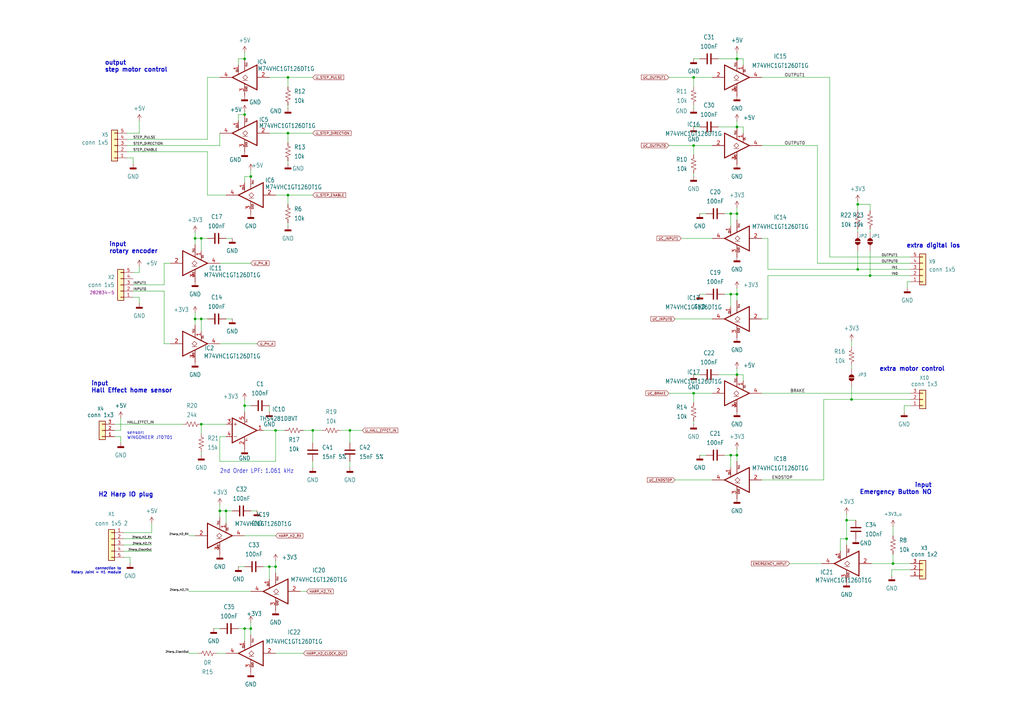
<source format=kicad_sch>
(kicad_sch (version 20250114) (generator "eeschema") (generator_version "9.0")
  (paper "A3")
  (text "input\nEmergency Button NO" (at 382.27 202.946 0) (effects (font (size 1.778 1.778) (thickness 0.3556) (bold yes)) (justify right bottom)))
  (text "input\nrotary encoder" (at 44.704 104.14 0) (effects (font (size 1.778 1.778) (thickness 0.3556) (bold yes)) (justify left bottom)))
  (text "output\nstep motor control" (at 42.926 29.718 0) (effects (font (size 1.778 1.778) (thickness 0.3556) (bold yes)) (justify left bottom)))
  (text "extra motor control" (at 387.604 152.4 0) (effects (font (size 1.778 1.778) (thickness 0.3556) (bold yes)) (justify right bottom)))
  (text "sensor:\nWINGONEER JT0701" (at 52.07 180.34 0) (effects (font (size 1.27 1.27)) (justify left bottom)))
  (text "input\nHall Effect home sensor" (at 37.338 161.29 0) (effects (font (size 1.778 1.778) (thickness 0.3556) (bold yes)) (justify left bottom)))
  (text "H2 Harp IO plug" (at 62.992 203.962 0) (effects (font (size 1.778 1.778) (thickness 0.3556) (bold yes)) (justify right bottom)))
  (text "connection to\nRotary Joint = H1 module" (at 49.784 235.458 0) (effects (font (size 1.016 1.016) (thickness 0.2032) (bold yes)) (justify right bottom)))
  (text "2nd Order LPF: 1.061 kHz" (at 90.17 194.31 0) (effects (font (size 1.778 1.5113)) (justify left bottom)))
  (text "extra digital ios" (at 393.954 101.854 0) (effects (font (size 1.778 1.778) (thickness 0.3556) (bold yes)) (justify right bottom)))
  (junction (at 82.55 97.79))
  (junction (at 299.72 120.65))
  (junction (at 80.01 97.79))
  (junction (at 299.72 186.69))
  (junction (at 356.87 113.03))
  (junction (at 118.11 54.61))
  (junction (at 347.218 213.36))
  (junction (at 302.26 24.13))
  (junction (at 113.03 176.53))
  (junction (at 113.03 232.41))
  (junction (at 299.72 87.63))
  (junction (at 351.79 83.82))
  (junction (at 351.79 110.49))
  (junction (at 366.268 231.14))
  (junction (at 302.26 186.69))
  (junction (at 118.11 80.01))
  (junction (at 102.87 257.81))
  (junction (at 100.33 166.37))
  (junction (at 284.48 31.75))
  (junction (at 302.26 87.63))
  (junction (at 80.01 130.81))
  (junction (at 302.26 153.67))
  (junction (at 284.48 161.29))
  (junction (at 82.55 173.99))
  (junction (at 118.11 31.75))
  (junction (at 110.49 232.41))
  (junction (at 284.48 59.69))
  (junction (at 349.25 163.83))
  (junction (at 302.26 120.65))
  (junction (at 92.71 209.55))
  (junction (at 100.33 24.13))
  (junction (at 100.33 257.81))
  (junction (at 90.17 209.55))
  (junction (at 143.51 176.53))
  (junction (at 100.33 46.99))
  (junction (at 302.26 52.07))
  (junction (at 102.87 72.39))
  (junction (at 128.27 176.53))
  (junction (at 82.55 130.81))
  (junction (at 347.218 220.98))
  (wire (pts (xy 52.07 64.77) (xy 54.61 64.77)) (stroke (width 0.1524)))
  (wire (pts (xy 302.26 21.59) (xy 302.26 24.13)))
  (wire (pts (xy 314.96 110.49) (xy 314.96 97.79)) (stroke (width 0.1524)))
  (wire (pts (xy 107.95 176.53) (xy 113.03 176.53)) (stroke (width 0.1524)))
  (wire (pts (xy 113.03 176.53) (xy 116.84 176.53)) (stroke (width 0.1524)))
  (wire (pts (xy 284.48 71.12) (xy 284.48 72.39)) (stroke (width 0.1524)))
  (wire (pts (xy 52.07 54.61) (xy 57.15 54.61)) (stroke (width 0.1524)))
  (wire (pts (xy 90.17 257.81) (xy 87.63 257.81)) (stroke (width 0.1524)))
  (wire (pts (xy 67.31 119.38) (xy 54.61 119.38)) (stroke (width 0.1524)))
  (wire (pts (xy 128.27 176.53) (xy 132.08 176.53)) (stroke (width 0.1524)))
  (wire (pts (xy 67.31 107.95) (xy 69.85 107.95)) (stroke (width 0.1524)))
  (wire (pts (xy 105.41 209.55) (xy 102.87 209.55)) (stroke (width 0.1524)))
  (wire (pts (xy 373.38 115.57) (xy 372.11 115.57)) (stroke (width 0.1524)))
  (wire (pts (xy 85.09 80.01) (xy 92.71 80.01)) (stroke (width 0.1524)))
  (wire (pts (xy 128.27 181.61) (xy 128.27 176.53)) (stroke (width 0.1524)))
  (wire (pts (xy 351.79 83.82) (xy 356.87 83.82)))
  (wire (pts (xy 312.42 196.85) (xy 337.82 196.85)) (stroke (width 0.1524)))
  (wire (pts (xy 85.09 130.81) (xy 82.55 130.81)) (stroke (width 0.1524)))
  (wire (pts (xy 299.72 87.63) (xy 302.26 87.63)) (stroke (width 0.1524)))
  (wire (pts (xy 54.61 121.92) (xy 57.15 121.92)) (stroke (width 0.1524)))
  (wire (pts (xy 90.17 189.23) (xy 90.17 179.07)) (stroke (width 0.1524)))
  (wire (pts (xy 312.42 59.69) (xy 335.28 59.69)) (stroke (width 0.1524)))
  (wire (pts (xy 113.03 80.01) (xy 118.11 80.01)) (stroke (width 0.1524)))
  (wire (pts (xy 50.8 223.52) (xy 62.23 223.52)) (stroke (width 0.1524)))
  (wire (pts (xy 302.26 151.13) (xy 302.26 153.67)))
  (wire (pts (xy 302.26 186.69) (xy 302.26 184.15)) (stroke (width 0.1524)))
  (wire (pts (xy 289.56 120.65) (xy 287.02 120.65)) (stroke (width 0.1524)))
  (wire (pts (xy 143.51 189.23) (xy 143.51 191.77)) (stroke (width 0.1524)))
  (wire (pts (xy 92.71 214.63) (xy 92.71 209.55)) (stroke (width 0.1524)))
  (wire (pts (xy 118.11 54.61) (xy 128.27 54.61)) (stroke (width 0.1524)))
  (wire (pts (xy 100.33 21.59) (xy 100.33 24.13)))
  (wire (pts (xy 90.17 179.07) (xy 92.71 179.07)) (stroke (width 0.1524)))
  (wire (pts (xy 337.058 231.14) (xy 323.85 231.14)))
  (wire (pts (xy 302.26 120.65) (xy 302.26 118.11)) (stroke (width 0.1524)))
  (wire (pts (xy 284.48 43.18) (xy 284.48 44.45)) (stroke (width 0.1524)))
  (wire (pts (xy 284.48 31.75) (xy 284.48 35.56)) (stroke (width 0.1524)))
  (wire (pts (xy 52.07 59.69) (xy 90.17 59.69)) (stroke (width 0.1524)))
  (wire (pts (xy 284.48 172.72) (xy 284.48 173.99)))
  (wire (pts (xy 100.33 166.37) (xy 102.87 166.37)) (stroke (width 0.1524)))
  (wire (pts (xy 344.678 220.98) (xy 347.218 220.98)) (stroke (width 0.1524)))
  (wire (pts (xy 50.8 226.06) (xy 62.23 226.06)))
  (wire (pts (xy 292.1 59.69) (xy 284.48 59.69)) (stroke (width 0.1524)))
  (wire (pts (xy 85.09 57.15) (xy 85.09 31.75)) (stroke (width 0.1524)))
  (wire (pts (xy 54.61 64.77) (xy 54.61 67.31)) (stroke (width 0.1524)))
  (wire (pts (xy 365.76 233.68) (xy 373.38 233.68)) (stroke (width 0.1524)))
  (wire (pts (xy 302.26 153.67) (xy 294.64 153.67)) (stroke (width 0.1524)))
  (wire (pts (xy 297.18 120.65) (xy 299.72 120.65)) (stroke (width 0.1524)))
  (wire (pts (xy 95.25 209.55) (xy 92.71 209.55)) (stroke (width 0.1524)))
  (wire (pts (xy 82.55 97.79) (xy 80.01 97.79)) (stroke (width 0.1524)))
  (wire (pts (xy 314.96 97.79) (xy 312.42 97.79)) (stroke (width 0.1524)))
  (wire (pts (xy 347.218 210.82) (xy 347.218 213.36)))
  (wire (pts (xy 356.87 113.03) (xy 373.38 113.03)) (stroke (width 0.1524)))
  (wire (pts (xy 52.07 57.15) (xy 85.09 57.15)) (stroke (width 0.1524)))
  (wire (pts (xy 284.48 161.29) (xy 274.32 161.29)) (stroke (width 0.1524)))
  (wire (pts (xy 50.8 218.44) (xy 62.23 218.44)) (stroke (width 0.1524)))
  (wire (pts (xy 67.31 140.97) (xy 67.31 119.38)) (stroke (width 0.1524)))
  (wire (pts (xy 304.8 26.67) (xy 304.8 24.13)) (stroke (width 0.1524)))
  (wire (pts (xy 110.49 232.41) (xy 113.03 232.41)) (stroke (width 0.1524)))
  (wire (pts (xy 366.268 227.33) (xy 366.268 231.14)) (stroke (width 0.1524)))
  (wire (pts (xy 115.57 267.97) (xy 124.46 267.97)))
  (wire (pts (xy 287.02 153.67) (xy 284.48 153.67)) (stroke (width 0.1524)))
  (wire (pts (xy 373.38 105.41) (xy 340.36 105.41)) (stroke (width 0.1524)))
  (wire (pts (xy 294.64 24.13) (xy 302.26 24.13)) (stroke (width 0.1524)))
  (wire (pts (xy 118.11 43.18) (xy 118.11 44.45)) (stroke (width 0.1524)))
  (wire (pts (xy 80.01 95.25) (xy 80.01 97.79)) (stroke (width 0.1524)))
  (wire (pts (xy 304.8 52.07) (xy 302.26 52.07)) (stroke (width 0.1524)))
  (wire (pts (xy 97.79 257.81) (xy 100.33 257.81)) (stroke (width 0.1524)))
  (wire (pts (xy 69.85 140.97) (xy 67.31 140.97)) (stroke (width 0.1524)))
  (wire (pts (xy 110.49 54.61) (xy 118.11 54.61)) (stroke (width 0.1524)))
  (wire (pts (xy 113.03 189.23) (xy 90.17 189.23)) (stroke (width 0.1524)))
  (wire (pts (xy 97.79 49.53) (xy 97.79 46.99)) (stroke (width 0.1524)))
  (wire (pts (xy 373.38 107.95) (xy 335.28 107.95)) (stroke (width 0.1524)))
  (wire (pts (xy 100.33 45.72) (xy 100.33 46.99)))
  (wire (pts (xy 314.96 110.49) (xy 351.79 110.49)) (stroke (width 0.1524)))
  (wire (pts (xy 100.33 232.41) (xy 97.79 232.41)) (stroke (width 0.1524)))
  (wire (pts (xy 366.268 218.44) (xy 366.268 215.9)))
  (wire (pts (xy 102.87 242.57) (xy 77.47 242.57)) (stroke (width 0.1524)))
  (wire (pts (xy 100.33 72.39) (xy 102.87 72.39)) (stroke (width 0.1524)))
  (wire (pts (xy 349.25 139.7) (xy 349.25 142.24)))
  (wire (pts (xy 50.8 228.6) (xy 53.34 228.6)) (stroke (width 0.1524)))
  (wire (pts (xy 90.17 207.01) (xy 90.17 209.55)) (stroke (width 0.1524)))
  (wire (pts (xy 287.02 87.63) (xy 289.56 87.63)) (stroke (width 0.1524)))
  (wire (pts (xy 85.09 97.79) (xy 82.55 97.79)) (stroke (width 0.1524)))
  (wire (pts (xy 302.26 52.07) (xy 294.64 52.07)) (stroke (width 0.1524)))
  (wire (pts (xy 292.1 97.79) (xy 279.4 97.79)) (stroke (width 0.1524)))
  (wire (pts (xy 299.72 125.73) (xy 299.72 120.65)) (stroke (width 0.1524)))
  (wire (pts (xy 123.19 242.57) (xy 125.73 242.57)) (stroke (width 0.1524)))
  (wire (pts (xy 299.72 120.65) (xy 302.26 120.65)) (stroke (width 0.1524)))
  (wire (pts (xy 366.268 218.44) (xy 366.268 219.71)) (stroke (width 0.1524)))
  (wire (pts (xy 349.25 158.75) (xy 349.25 163.83)))
  (wire (pts (xy 287.02 24.13) (xy 284.48 24.13)) (stroke (width 0.1524)))
  (wire (pts (xy 110.49 237.49) (xy 110.49 232.41)) (stroke (width 0.1524)))
  (wire (pts (xy 118.11 31.75) (xy 128.27 31.75)) (stroke (width 0.1524)))
  (wire (pts (xy 80.01 97.79) (xy 80.01 100.33)) (stroke (width 0.1524)))
  (wire (pts (xy 118.11 80.01) (xy 128.27 80.01)) (stroke (width 0.1524)))
  (wire (pts (xy 118.11 57.15) (xy 118.11 54.61)) (stroke (width 0.1524)))
  (wire (pts (xy 292.1 130.81) (xy 276.86 130.81)) (stroke (width 0.1524)))
  (wire (pts (xy 302.26 87.63) (xy 302.26 90.17)) (stroke (width 0.1524)))
  (wire (pts (xy 373.38 166.37) (xy 370.84 166.37)) (stroke (width 0.1524)))
  (wire (pts (xy 50.8 220.98) (xy 62.23 220.98)) (stroke (width 0.1524)))
  (wire (pts (xy 372.11 115.57) (xy 372.11 118.11)) (stroke (width 0.1524)))
  (wire (pts (xy 85.09 80.01) (xy 85.09 62.23)) (stroke (width 0.1524)))
  (wire (pts (xy 356.87 102.87) (xy 356.87 113.03)))
  (wire (pts (xy 304.8 24.13) (xy 302.26 24.13)) (stroke (width 0.1524)))
  (wire (pts (xy 302.26 49.53) (xy 302.26 52.07)))
  (wire (pts (xy 57.15 49.53) (xy 57.15 54.61)) (stroke (width 0.1524)))
  (wire (pts (xy 292.1 196.85) (xy 276.86 196.85)) (stroke (width 0.1524)))
  (wire (pts (xy 67.31 116.84) (xy 54.61 116.84)) (stroke (width 0.1524)))
  (wire (pts (xy 113.03 176.53) (xy 113.03 189.23)) (stroke (width 0.1524)))
  (wire (pts (xy 92.71 173.99) (xy 82.55 173.99)) (stroke (width 0.1524)))
  (wire (pts (xy 304.8 153.67) (xy 302.26 153.67)) (stroke (width 0.1524)))
  (wire (pts (xy 82.55 130.81) (xy 80.01 130.81)) (stroke (width 0.1524)))
  (wire (pts (xy 118.11 57.15) (xy 118.11 58.42)))
  (wire (pts (xy 314.96 113.03) (xy 356.87 113.03)) (stroke (width 0.1524)))
  (wire (pts (xy 113.03 232.41) (xy 113.03 229.87)) (stroke (width 0.1524)))
  (wire (pts (xy 304.8 54.61) (xy 304.8 52.07)) (stroke (width 0.1524)))
  (wire (pts (xy 74.93 173.99) (xy 46.99 173.99)) (stroke (width 0.1524)))
  (wire (pts (xy 49.53 179.07) (xy 49.53 181.61)) (stroke (width 0.1524)))
  (wire (pts (xy 85.09 62.23) (xy 52.07 62.23)) (stroke (width 0.1524)))
  (wire (pts (xy 302.26 186.69) (xy 302.26 189.23)) (stroke (width 0.1524)))
  (wire (pts (xy 304.8 156.21) (xy 304.8 153.67)) (stroke (width 0.1524)))
  (wire (pts (xy 284.48 59.69) (xy 284.48 63.5)) (stroke (width 0.1524)))
  (wire (pts (xy 351.79 102.87) (xy 351.79 110.49)))
  (wire (pts (xy 82.55 102.87) (xy 82.55 97.79)) (stroke (width 0.1524)))
  (wire (pts (xy 82.55 173.99) (xy 82.55 176.53)) (stroke (width 0.1524)))
  (wire (pts (xy 299.72 92.71) (xy 299.72 87.63)) (stroke (width 0.1524)))
  (wire (pts (xy 46.99 176.53) (xy 49.53 176.53)) (stroke (width 0.1524)))
  (wire (pts (xy 302.26 120.65) (xy 302.26 123.19)) (stroke (width 0.1524)))
  (wire (pts (xy 100.33 74.93) (xy 100.33 72.39)) (stroke (width 0.1524)))
  (wire (pts (xy 118.11 91.44) (xy 118.11 92.71)))
  (wire (pts (xy 118.11 66.04) (xy 118.11 67.31)))
  (wire (pts (xy 100.33 166.37) (xy 100.33 168.91)) (stroke (width 0.1524)))
  (wire (pts (xy 369.57 231.14) (xy 373.38 231.14)))
  (wire (pts (xy 62.23 214.63) (xy 62.23 218.44)) (stroke (width 0.1524)))
  (wire (pts (xy 95.25 97.79) (xy 92.71 97.79)) (stroke (width 0.1524)))
  (wire (pts (xy 347.218 220.98) (xy 347.218 223.52)) (stroke (width 0.1524)))
  (wire (pts (xy 100.33 262.89) (xy 100.33 257.81)) (stroke (width 0.1524)))
  (wire (pts (xy 299.72 191.77) (xy 299.72 186.69)) (stroke (width 0.1524)))
  (wire (pts (xy 297.18 87.63) (xy 299.72 87.63)) (stroke (width 0.1524)))
  (wire (pts (xy 349.25 163.83) (xy 373.38 163.83)) (stroke (width 0.1524)))
  (wire (pts (xy 124.46 176.53) (xy 128.27 176.53)) (stroke (width 0.1524)))
  (wire (pts (xy 102.87 69.85) (xy 102.87 72.39)))
  (wire (pts (xy 54.61 111.76) (xy 57.15 111.76)) (stroke (width 0.1524)))
  (wire (pts (xy 312.42 31.75) (xy 340.36 31.75)) (stroke (width 0.1524)))
  (wire (pts (xy 284.48 31.75) (xy 274.32 31.75)) (stroke (width 0.1524)))
  (wire (pts (xy 357.378 231.14) (xy 366.268 231.14)) (stroke (width 0.1524)))
  (wire (pts (xy 302.26 85.09) (xy 302.26 87.63)) (stroke (width 0.1524)))
  (wire (pts (xy 90.17 209.55) (xy 90.17 212.09)) (stroke (width 0.1524)))
  (wire (pts (xy 102.87 257.81) (xy 102.87 260.35)) (stroke (width 0.1524)))
  (wire (pts (xy 351.79 83.82) (xy 351.79 86.36)))
  (wire (pts (xy 100.33 163.83) (xy 100.33 166.37)) (stroke (width 0.1524)))
  (wire (pts (xy 337.82 196.85) (xy 337.82 163.83)) (stroke (width 0.1524)))
  (wire (pts (xy 139.7 176.53) (xy 143.51 176.53)) (stroke (width 0.1524)))
  (wire (pts (xy 312.42 130.81) (xy 314.96 130.81)) (stroke (width 0.1524)))
  (wire (pts (xy 49.53 176.53) (xy 49.53 171.45)) (stroke (width 0.1524)))
  (wire (pts (xy 100.33 219.71) (xy 113.03 219.71)) (stroke (width 0.1524)))
  (wire (pts (xy 82.55 135.89) (xy 82.55 130.81)) (stroke (width 0.1524)))
  (wire (pts (xy 90.17 107.95) (xy 102.87 107.95)) (stroke (width 0.1524)))
  (wire (pts (xy 97.79 46.99) (xy 100.33 46.99)) (stroke (width 0.1524)))
  (wire (pts (xy 284.48 59.69) (xy 274.32 59.69)) (stroke (width 0.1524)))
  (wire (pts (xy 299.72 186.69) (xy 302.26 186.69)) (stroke (width 0.1524)))
  (wire (pts (xy 292.1 161.29) (xy 284.48 161.29)) (stroke (width 0.1524)))
  (wire (pts (xy 347.218 213.36) (xy 347.218 220.98)) (stroke (width 0.1524)))
  (wire (pts (xy 113.03 267.97) (xy 115.57 267.97)) (stroke (width 0.1524)))
  (wire (pts (xy 297.18 186.69) (xy 299.72 186.69)) (stroke (width 0.1524)))
  (wire (pts (xy 366.268 231.14) (xy 369.57 231.14)) (stroke (width 0.1524)))
  (wire (pts (xy 356.87 83.82) (xy 356.87 86.36)))
  (wire (pts (xy 53.34 231.14) (xy 53.34 228.6)) (stroke (width 0.1524)))
  (wire (pts (xy 113.03 232.41) (xy 113.03 234.95)) (stroke (width 0.1524)))
  (wire (pts (xy 347.218 213.36) (xy 351.028 213.36)))
  (wire (pts (xy 312.42 161.29) (xy 373.38 161.29)) (stroke (width 0.1524)))
  (wire (pts (xy 287.02 52.07) (xy 284.48 52.07)) (stroke (width 0.1524)))
  (wire (pts (xy 335.28 107.95) (xy 335.28 59.69)) (stroke (width 0.1524)))
  (wire (pts (xy 118.11 80.01) (xy 118.11 83.82)))
  (wire (pts (xy 46.99 179.07) (xy 49.53 179.07)) (stroke (width 0.1524)))
  (wire (pts (xy 57.15 111.76) (xy 57.15 109.22)) (stroke (width 0.1524)))
  (wire (pts (xy 351.79 82.55) (xy 351.79 83.82)))
  (wire (pts (xy 57.15 121.92) (xy 57.15 124.46)) (stroke (width 0.1524)))
  (wire (pts (xy 344.678 226.06) (xy 344.678 220.98)) (stroke (width 0.1524)))
  (wire (pts (xy 356.87 93.98) (xy 356.87 95.25)))
  (wire (pts (xy 143.51 176.53) (xy 148.59 176.53)) (stroke (width 0.1524)))
  (wire (pts (xy 92.71 209.55) (xy 90.17 209.55)) (stroke (width 0.1524)))
  (wire (pts (xy 85.09 31.75) (xy 90.17 31.75)) (stroke (width 0.1524)))
  (wire (pts (xy 110.49 31.75) (xy 118.11 31.75)) (stroke (width 0.1524)))
  (wire (pts (xy 110.49 168.91) (xy 110.49 166.37)) (stroke (width 0.1524)))
  (wire (pts (xy 77.47 219.71) (xy 80.01 219.71)) (stroke (width 0.1524)))
  (wire (pts (xy 370.84 166.37) (xy 370.84 168.91)) (stroke (width 0.1524)))
  (wire (pts (xy 314.96 130.81) (xy 314.96 113.03)) (stroke (width 0.1524)))
  (wire (pts (xy 81.28 267.97) (xy 77.47 267.97)) (stroke (width 0.1524)))
  (wire (pts (xy 351.79 110.49) (xy 373.38 110.49)) (stroke (width 0.1524)))
  (wire (pts (xy 102.87 257.81) (xy 102.87 255.27)) (stroke (width 0.1524)))
  (wire (pts (xy 92.71 267.97) (xy 88.9 267.97)) (stroke (width 0.1524)))
  (wire (pts (xy 292.1 31.75) (xy 284.48 31.75)) (stroke (width 0.1524)))
  (wire (pts (xy 128.27 189.23) (xy 128.27 191.77)) (stroke (width 0.1524)))
  (wire (pts (xy 365.76 233.68) (xy 365.76 236.22)) (stroke (width 0.1524)))
  (wire (pts (xy 92.71 130.81) (xy 95.25 130.81)) (stroke (width 0.1524)))
  (wire (pts (xy 82.55 176.53) (xy 82.55 177.8)))
  (wire (pts (xy 80.01 130.81) (xy 80.01 128.27)) (stroke (width 0.1524)))
  (wire (pts (xy 340.36 105.41) (xy 340.36 31.75)) (stroke (width 0.1524)))
  (wire (pts (xy 143.51 176.53) (xy 143.51 181.61)) (stroke (width 0.1524)))
  (wire (pts (xy 80.01 130.81) (xy 80.01 133.35)) (stroke (width 0.1524)))
  (wire (pts (xy 90.17 140.97) (xy 105.41 140.97)) (stroke (width 0.1524)))
  (wire (pts (xy 67.31 116.84) (xy 67.31 107.95)) (stroke (width 0.1524)))
  (wire (pts (xy 90.17 59.69) (xy 90.17 54.61)) (stroke (width 0.1524)))
  (wire (pts (xy 289.56 186.69) (xy 287.02 186.69)) (stroke (width 0.1524)))
  (wire (pts (xy 97.79 24.13) (xy 100.33 24.13)) (stroke (width 0.1524)))
  (wire (pts (xy 351.79 93.98) (xy 351.79 95.25)))
  (wire (pts (xy 82.55 185.42) (xy 82.55 186.69)))
  (wire (pts (xy 284.48 161.29) (xy 284.48 165.1)))
  (wire (pts (xy 107.95 232.41) (xy 110.49 232.41)) (stroke (width 0.1524)))
  (wire (pts (xy 337.82 163.83) (xy 349.25 163.83)) (stroke (width 0.1524)))
  (wire (pts (xy 97.79 26.67) (xy 97.79 24.13)) (stroke (width 0.1524)))
  (wire (pts (xy 100.33 257.81) (xy 102.87 257.81)) (stroke (width 0.1524)))
  (wire (pts (xy 349.25 149.86) (xy 349.25 151.13)))
  (wire (pts (xy 118.11 31.75) (xy 118.11 35.56)) (stroke (width 0.1524)))
  (label "IN0" (at 368.3 113.03 180) (effects (font (size 0.9957 0.9957))))
  (label "OUTPUT0" (at 330.2 59.69 180) (effects (font (size 1.2446 1.2446))))
  (label "STEP_DIRECTION" (at 54.61 59.69 0) (effects (font (size 0.9957 0.9957))))
  (label "INPUT1" (at 54.61 116.84 0) (effects (font (size 0.9957 0.9957))))
  (label "2Harp_H2_RX" (at 62.23 220.98 180) (effects (font (size 0.8 0.8))))
  (label "OUTPUT0" (at 368.3 107.95 180) (effects (font (size 0.9957 0.9957))))
  (label "2Harp_ClockOut" (at 77.47 267.97 180) (effects (font (size 0.8 0.8))))
  (label "2Harp_H2_TX" (at 77.47 242.57 180) (effects (font (size 0.8 0.8))))
  (label "STEP_PULSE" (at 54.61 57.15 0) (effects (font (size 0.9957 0.9957))))
  (label "INPUT0" (at 54.61 119.38 0) (effects (font (size 0.9957 0.9957))))
  (label "OUTPUT1" (at 368.3 105.41 180) (effects (font (size 0.9957 0.9957))))
  (label "OUTPUT1" (at 330.2 31.75 180) (effects (font (size 1.2446 1.2446))))
  (label "2Harp_ClockOut" (at 62.23 226.06 180) (effects (font (size 0.8 0.8))))
  (label "HALL_EFFCT_IN" (at 52.07 173.99 0) (effects (font (size 0.9957 0.9957))))
  (label "IN1" (at 368.3 110.49 180) (effects (font (size 0.9957 0.9957))))
  (label "BRAKE" (at 330.2 161.29 180) (effects (font (size 1.2446 1.2446))))
  (label "ENDSTOP" (at 325.12 196.85 180) (effects (font (size 1.2446 1.2446))))
  (label "2Harp_H2_TX" (at 62.23 223.52 180) (effects (font (size 0.8 0.8))))
  (label "2Harp_H2_RX" (at 77.47 219.71 180) (effects (font (size 0.8 0.8))))
  (label "STEP_ENABLE" (at 54.61 62.23 0) (effects (font (size 0.9957 0.9957))))
  (global_label "UC_OUTPUT0" (shape input) (at 274.32 59.69 180) (effects (font (size 0.9957 0.9957))) (property "Intersheetrefs" "${INTERSHEET_REFS}" (effects (hide yes))))
  (global_label "U_HALL_EFFCT_IN" (shape input) (at 148.59 176.53 0) (effects (font (size 0.9957 0.9957))) (property "Intersheetrefs" "${INTERSHEET_REFS}" (effects (hide yes))))
  (global_label "U_PH_A" (shape input) (at 105.41 140.97 0) (effects (font (size 0.9957 0.9957))) (property "Intersheetrefs" "${INTERSHEET_REFS}" (effects (hide yes))))
  (global_label "U_STEP_DIRECTION" (shape input) (at 128.27 54.61 0) (effects (font (size 0.9957 0.9957))) (property "Intersheetrefs" "${INTERSHEET_REFS}" (effects (hide yes))))
  (global_label "U_PH_B" (shape input) (at 102.87 107.95 0) (effects (font (size 0.9957 0.9957))) (property "Intersheetrefs" "${INTERSHEET_REFS}" (effects (hide yes))))
  (global_label "UC_INPUT1" (shape input) (at 279.4 97.79 180) (effects (font (size 0.9957 0.9957))) (property "Intersheetrefs" "${INTERSHEET_REFS}" (effects (hide yes))))
  (global_label "EMERGENCY_INPUT" (shape input) (at 323.85 231.14 180) (effects (font (size 0.9957 0.9957))) (property "Intersheetrefs" "${INTERSHEET_REFS}" (effects (hide yes))))
  (global_label "U_STEP_ENABLE" (shape input) (at 128.27 80.01 0) (effects (font (size 0.9957 0.9957))) (property "Intersheetrefs" "${INTERSHEET_REFS}" (effects (hide yes))))
  (global_label "U_STEP_PULSE" (shape input) (at 128.27 31.75 0) (effects (font (size 0.9957 0.9957))) (property "Intersheetrefs" "${INTERSHEET_REFS}" (effects (hide yes))))
  (global_label "UC_INPUT0" (shape input) (at 276.86 130.81 180) (effects (font (size 0.9957 0.9957))) (property "Intersheetrefs" "${INTERSHEET_REFS}" (effects (hide yes))))
  (global_label "HARP_H2_RX" (shape input) (at 113.03 219.71 0) (effects (font (size 0.9957 0.9957))) (property "Intersheetrefs" "${INTERSHEET_REFS}" (effects (hide yes))))
  (global_label "HARP_H2_CLOCK_OUT" (shape input) (at 124.46 267.97 0) (effects (font (size 0.9957 0.9957))) (property "Intersheetrefs" "${INTERSHEET_REFS}" (effects (hide yes))))
  (global_label "HARP_H2_TX" (shape input) (at 125.73 242.57 0) (effects (font (size 0.9957 0.9957))) (property "Intersheetrefs" "${INTERSHEET_REFS}" (effects (hide yes))))
  (global_label "UC_BRAKE" (shape input) (at 274.32 161.29 180) (effects (font (size 0.9957 0.9957))) (property "Intersheetrefs" "${INTERSHEET_REFS}" (effects (hide yes))))
  (global_label "UC_OUTPUT1" (shape input) (at 274.32 31.75 180) (effects (font (size 0.9957 0.9957))) (property "Intersheetrefs" "${INTERSHEET_REFS}" (effects (hide yes))))
  (global_label "UC_ENDSTOP" (shape input) (at 276.86 196.85 180) (effects (font (size 0.9957 0.9957))) (property "Intersheetrefs" "${INTERSHEET_REFS}" (effects (hide yes))))
  (symbol (lib_id "Device:R_US") (at 349.25 146.05 0) (mirror x) (unit 1)
    (property "Reference" "R16" (at 346.71 144.145 0) (effects (font (size 1.778 1.5113)) (justify right)))
    (property "Value" "10k" (at 346.71 147.955 0) (effects (font (size 1.778 1.5113)) (justify right)))
    (property "Footprint" "Resistor_SMD:R_0402_1005Metric" (effects (hide yes)))
    (property "MPN" "CRCW040210K0FKED" (effects (hide yes)))
    (property "OEPS" "OEPS020030" (effects (hide yes)))
  )
  (symbol (lib_id "power:GNDD") (at 80.01 115.57 0) (mirror y) (unit 1)
    (property "Reference" "#GND19" (effects (hide yes)))
    (property "Value" "GND" (at 80.01 120.65 0) (effects (font (size 1.778 1.5113))))
  )
  (symbol (lib_id "power:GNDD") (at 284.48 52.07 0) (unit 1)
    (property "Reference" "#GND66" (effects (hide yes)))
    (property "Value" "GND" (at 284.48 57.15 0) (effects (font (size 1.778 1.5113))))
  )
  (symbol (lib_id "power:+5V") (at 102.87 69.85 0) (mirror y) (unit 1)
    (property "Reference" "#P+13" (effects (hide yes)))
    (property "Value" "+5V" (at 103.124 67.818 0) (effects (font (size 1.778 1.5113)) (justify right)))
  )
  (symbol (lib_id "Connector_Generic:Conn_01x03") (at 41.91 176.53 180) (unit 1)
    (property "Reference" "X4" (at 41.275 167.64 0) (effects (font (size 1.524 1.2954))))
    (property "Value" "conn 1x3" (at 41.275 170.18 0) (effects (font (size 1.778 1.5113))))
    (property "Footprint" "FastStepper PCBLib:22-23-2031" (effects (hide yes)))
    (property "Description" ".100\" (2.54mm) Center Header - 3 Pin" (effects (hide yes)))
    (property "MPN" "282834-3" (effects (hide yes)))
    (property "OEPS" "OEPS070035" (effects (hide yes)))
  )
  (symbol (lib_id "power:+3V3") (at 302.26 118.11 0) (unit 1)
    (property "Reference" "#+3V1" (effects (hide yes)))
    (property "Value" "+3V3" (at 304.8 116.84 0) (effects (font (size 1.778 1.5113)) (justify left)))
  )
  (symbol (lib_id "power:GNDD") (at 102.87 275.59 0) (unit 1)
    (property "Reference" "#GND073" (effects (hide yes)))
    (property "Value" "GND" (at 102.87 280.67 0) (effects (font (size 1.778 1.5113))))
  )
  (symbol (lib_id "Device:C") (at 128.27 185.42 180) (unit 1)
    (property "Reference" "C41" (at 132.08 183.515 0) (effects (font (size 1.778 1.5113)) (justify right)))
    (property "Value" "15nF 5%" (at 132.08 187.325 0) (effects (font (size 1.778 1.5113)) (justify right)))
    (property "Footprint" "Capacitor_SMD:C_0402_1005Metric" (effects (hide yes)))
    (property "MPN" "CGA2B3X7R1V153K050BB" (effects (hide yes)))
    (property "OEPS" "OEPS010023" (effects (hide yes)))
  )
  (symbol (lib_id "Connector_Generic:Conn_01x03") (at 378.46 163.83 0) (mirror x) (unit 1)
    (property "Reference" "X10" (at 379.095 154.94 0) (effects (font (size 1.524 1.2954))))
    (property "Value" "conn 1x3" (at 379.095 157.48 0) (effects (font (size 1.778 1.5113))))
    (property "Footprint" "FastStepper PCBLib:22-23-2031" (effects (hide yes)))
    (property "Description" ".100\" (2.54mm) Center Header - 3 Pin" (effects (hide yes)))
    (property "MPN" "282834-3" (effects (hide yes)))
    (property "OEPS" "OEPS070035" (effects (hide yes)))
  )
  (symbol (lib_id "power:+5V") (at 57.15 49.53 0) (mirror y) (unit 1)
    (property "Reference" "#P+1" (effects (hide yes)))
    (property "Value" "+5V" (at 57.15 44.45 0) (effects (font (size 1.778 1.5113))))
  )
  (symbol (lib_id "Device:C") (at 290.83 153.67 270) (mirror x) (unit 1)
    (property "Reference" "C22" (at 290.83 144.78 90) (effects (font (size 1.778 1.5113))))
    (property "Value" "100nF" (at 290.83 148.59 90) (effects (font (size 1.778 1.5113))))
    (property "Footprint" "Capacitor_SMD:C_0402_1005Metric" (effects (hide yes)))
    (property "MPN" "C1005X7R1H104K050BB" (effects (hide yes)))
    (property "OEPS" "OEPS010004" (effects (hide yes)))
  )
  (symbol (lib_id "FastStepper SymbLib:OPA365") (at 100.33 176.53 0) (unit 1)
    (property "Reference" "IC10" (at 114.3 167.8557 0) (effects (font (size 1.778 1.5113))))
    (property "Value" "THS4281DBVT" (at 114.3 171.6657 0) (effects (font (size 1.778 1.5113))))
    (property "Footprint" "Package_TO_SOT_SMD:SOT-23-5" (effects (hide yes)))
    (property "MPN" "THS4281DBVT" (effects (hide yes)))
    (property "OEPS" "OEPS080038" (effects (hide yes)))
  )
  (symbol (lib_id "FastStepper SymbLib:M74VHC1GT126DT1G") (at 102.87 80.01 0) (mirror y) (unit 1)
    (property "Reference" "IC6" (at 110.744 73.914 0) (effects (font (size 1.778 1.5113))))
    (property "Value" "M74VHC1GT126DT1G" (at 120.396 76.708 0) (effects (font (size 1.778 1.5113))))
    (property "Footprint" "Package_SO:TSOP-5_1.65x3.05mm_P0.95mm" (effects (hide yes)))
    (property "DIGIKEY_PN" "M74VHC1GT126DT1GOSDKR-ND" (effects (hide yes)))
    (property "MPN" "M74VHC1GT126DT1G" (effects (hide yes)))
    (property "OEPS" "OEPS080017" (effects (hide yes)))
  )
  (symbol (lib_id "Device:C") (at 88.9 97.79 90) (unit 1)
    (property "Reference" "C17" (at 88.9 88.9 90) (effects (font (size 1.778 1.5113))))
    (property "Value" "100nF" (at 88.9 92.71 90) (effects (font (size 1.778 1.5113))))
    (property "Footprint" "Capacitor_SMD:C_0402_1005Metric" (effects (hide yes)))
    (property "MPN" "C1005X7R1H104K050BB" (effects (hide yes)))
    (property "OEPS" "OEPS010004" (effects (hide yes)))
  )
  (symbol (lib_id "power:GNDD") (at 53.34 231.14 0) (mirror y) (unit 1)
    (property "Reference" "#GND5" (effects (hide yes)))
    (property "Value" "GND" (at 53.34 236.22 0) (effects (font (size 1.778 1.5113))))
  )
  (symbol (lib_id "power:+3V3") (at 100.33 163.83 0) (mirror y) (unit 1)
    (property "Reference" "#+3V7" (effects (hide yes)))
    (property "Value" "+3V3" (at 97.79 162.56 0) (effects (font (size 1.778 1.5113)) (justify left)))
  )
  (symbol (lib_id "power:GNDD") (at 284.48 72.39 0) (unit 1)
    (property "Reference" "#GND53" (effects (hide yes)))
    (property "Value" "GND" (at 284.48 77.47 0) (effects (font (size 1.778 1.5113))))
  )
  (symbol (lib_id "power:+3V3") (at 351.79 82.55 0) (unit 1)
    (property "Reference" "#+3V017" (effects (hide yes)))
    (property "Value" "+3V3" (at 351.79 77.47 0) (effects (font (size 1.778 1.5113))))
  )
  (symbol (lib_id "power:GNDD") (at 90.17 227.33 0) (mirror y) (unit 1)
    (property "Reference" "#GND09" (effects (hide yes)))
    (property "Value" "GND" (at 90.17 232.41 0) (effects (font (size 1.778 1.5113))))
  )
  (symbol (lib_id "power:GNDD") (at 80.01 148.59 0) (mirror y) (unit 1)
    (property "Reference" "#GND16" (effects (hide yes)))
    (property "Value" "GND" (at 80.01 153.67 0) (effects (font (size 1.778 1.5113))))
  )
  (symbol (lib_id "power:+3V3") (at 349.25 139.7 0) (unit 1)
    (property "Reference" "#+3V018" (effects (hide yes)))
    (property "Value" "+3V3" (at 349.25 134.62 0) (effects (font (size 1.778 1.5113))))
  )
  (symbol (lib_id "FastStepper SymbLib:M74VHC1GT126DT1G") (at 80.01 107.95 0) (unit 1)
    (property "Reference" "IC11" (at 88.392 109.982 0) (effects (font (size 1.778 1.5113))))
    (property "Value" "M74VHC1GT126DT1G" (at 95.25 112.776 0) (effects (font (size 1.778 1.5113))))
    (property "Footprint" "Package_SO:TSOP-5_1.65x3.05mm_P0.95mm" (effects (hide yes)))
    (property "DIGIKEY_PN" "M74VHC1GT126DT1GOSDKR-ND" (effects (hide yes)))
    (property "MPN" "M74VHC1GT126DT1G" (effects (hide yes)))
    (property "OEPS" "OEPS080017" (effects (hide yes)))
  )
  (symbol (lib_id "FastStepper SymbLib:M74VHC1GT126DT1G") (at 302.26 196.85 0) (mirror y) (unit 1)
    (property "Reference" "IC18" (at 320.04 188.1757 0) (effects (font (size 1.778 1.5113))))
    (property "Value" "M74VHC1GT126DT1G" (at 320.04 191.9857 0) (effects (font (size 1.778 1.5113))))
    (property "Footprint" "Package_SO:TSOP-5_1.65x3.05mm_P0.95mm" (effects (hide yes)))
    (property "DIGIKEY_PN" "M74VHC1GT126DT1GOSDKR-ND" (effects (hide yes)))
    (property "MPN" "M74VHC1GT126DT1G" (effects (hide yes)))
    (property "OEPS" "OEPS080017" (effects (hide yes)))
  )
  (symbol (lib_id "FastStepper SymbLib:M74VHC1GT126DT1G") (at 302.26 31.75 0) (unit 1)
    (property "Reference" "IC15" (at 320.04 23.0757 0) (effects (font (size 1.778 1.5113))))
    (property "Value" "M74VHC1GT126DT1G" (at 320.04 26.8857 0) (effects (font (size 1.778 1.5113))))
    (property "Footprint" "Package_SO:TSOP-5_1.65x3.05mm_P0.95mm" (effects (hide yes)))
    (property "DIGIKEY_PN" "M74VHC1GT126DT1GOSDKR-ND" (effects (hide yes)))
    (property "MPN" "M74VHC1GT126DT1G" (effects (hide yes)))
    (property "OEPS" "OEPS080017" (effects (hide yes)))
  )
  (symbol (lib_id "power:GNDD") (at 97.79 232.41 0) (unit 1)
    (property "Reference" "#GND070" (effects (hide yes)))
    (property "Value" "GND" (at 97.79 237.49 0) (effects (font (size 1.778 1.5113))))
  )
  (symbol (lib_id "power:+3V3") (at 90.17 207.01 0) (mirror y) (unit 1)
    (property "Reference" "#+3V012" (effects (hide yes)))
    (property "Value" "+3V3" (at 90.17 201.93 0) (effects (font (size 1.778 1.5113))))
  )
  (symbol (lib_id "FastStepper SymbLib:M74VHC1GT126DT1G") (at 80.01 140.97 0) (unit 1)
    (property "Reference" "IC2" (at 85.852 142.748 0) (effects (font (size 1.778 1.5113))))
    (property "Value" "M74VHC1GT126DT1G" (at 95.25 146.05 0) (effects (font (size 1.778 1.5113))))
    (property "Footprint" "Package_SO:TSOP-5_1.65x3.05mm_P0.95mm" (effects (hide yes)))
    (property "DIGIKEY_PN" "M74VHC1GT126DT1GOSDKR-ND" (effects (hide yes)))
    (property "MPN" "M74VHC1GT126DT1G" (effects (hide yes)))
    (property "OEPS" "OEPS080017" (effects (hide yes)))
  )
  (symbol (lib_id "power:GNDD") (at 302.26 138.43 0) (unit 1)
    (property "Reference" "#GND15" (effects (hide yes)))
    (property "Value" "GND" (at 302.26 143.51 0) (effects (font (size 1.778 1.5113))))
  )
  (symbol (lib_id "power:GNDD") (at 113.03 250.19 0) (unit 1)
    (property "Reference" "#GND068" (effects (hide yes)))
    (property "Value" "GND" (at 113.03 255.27 0) (effects (font (size 1.778 1.5113))))
  )
  (symbol (lib_id "Device:R_US") (at 118.11 87.63 180) (unit 1)
    (property "Reference" "R6" (at 120.65 85.725 0) (effects (font (size 1.778 1.5113)) (justify right)))
    (property "Value" "10k" (at 120.65 89.535 0) (effects (font (size 1.778 1.5113)) (justify right)))
    (property "Footprint" "Resistor_SMD:R_0402_1005Metric" (effects (hide yes)))
    (property "MPN" "CRCW040210K0FKED" (effects (hide yes)))
    (property "OEPS" "OEPS020030" (effects (hide yes)))
  )
  (symbol (lib_id "Connector_Generic:Conn_01x05") (at 46.99 59.69 180) (unit 1)
    (property "Reference" "X5" (at 44.45 55.2449 0) (effects (font (size 1.524 1.2954)) (justify left)))
    (property "Value" "conn 1x5" (at 44.45 58.42 0) (effects (font (size 1.778 1.5113)) (justify left)))
    (property "Footprint" "FastStepper PCBLib:22-23-2051" (effects (hide yes)))
    (property "Description" ".100\" (2.54mm) Center Header - 5 Pin" (effects (hide yes)))
    (property "MPN" "282834-5" (effects (hide yes)))
    (property "OEPS" "OEPS070041" (effects (hide yes)))
  )
  (symbol (lib_id "FastStepper SymbLib:M74VHC1GT126DT1G") (at 347.218 231.14 0) (mirror y) (unit 1)
    (property "Reference" "IC21" (at 339.09 234.696 0) (effects (font (size 1.778 1.5113))))
    (property "Value" "M74VHC1GT126DT1G" (at 345.948 237.998 0) (effects (font (size 1.778 1.5113))))
    (property "Footprint" "Package_SO:TSOP-5_1.65x3.05mm_P0.95mm" (effects (hide yes)))
    (property "DIGIKEY_PN" "M74VHC1GT126DT1GOSDKR-ND" (effects (hide yes)))
    (property "MPN" "M74VHC1GT126DT1G" (effects (hide yes)))
    (property "OEPS" "OEPS080017" (effects (hide yes)))
  )
  (symbol (lib_id "Device:R_US") (at 120.65 176.53 90) (unit 1)
    (property "Reference" "R17" (at 120.65 180.34 90) (effects (font (size 1.778 1.5113))))
    (property "Value" "10k" (at 120.65 184.15 90) (effects (font (size 1.778 1.5113))))
    (property "Footprint" "Resistor_SMD:R_0402_1005Metric" (effects (hide yes)))
    (property "MPN" "CRCW040210K0FKED" (effects (hide yes)))
    (property "OEPS" "OEPS020030" (effects (hide yes)))
  )
  (symbol (lib_id "power:GNDD") (at 372.11 118.11 0) (unit 1)
    (property "Reference" "#GND10" (effects (hide yes)))
    (property "Value" "GND" (at 372.11 123.19 0) (effects (font (size 1.778 1.5113))))
  )
  (symbol (lib_id "power:GNDD") (at 302.26 204.47 0) (unit 1)
    (property "Reference" "#GND61" (effects (hide yes)))
    (property "Value" "GND" (at 302.26 209.55 0) (effects (font (size 1.778 1.5113))))
  )
  (symbol (lib_id "power:GNDD") (at 100.33 184.15 0) (mirror y) (unit 1)
    (property "Reference" "#GND48" (effects (hide yes)))
    (property "Value" "GND" (at 100.33 187.96 0) (effects (font (size 1.778 1.5113))))
  )
  (symbol (lib_id "power:+3V3") (at 102.87 255.27 0) (unit 1)
    (property "Reference" "#+3V016" (effects (hide yes)))
    (property "Value" "+3V3" (at 101.092 251.714 0) (effects (font (size 1.778 1.5113)) (justify left)))
  )
  (symbol (lib_id "Device:C") (at 290.83 24.13 270) (mirror x) (unit 1)
    (property "Reference" "C31" (at 290.83 15.24 90) (effects (font (size 1.778 1.5113))))
    (property "Value" "100nF" (at 290.83 19.05 90) (effects (font (size 1.778 1.5113))))
    (property "Footprint" "Capacitor_SMD:C_0402_1005Metric" (effects (hide yes)))
    (property "MPN" "C1005X7R1H104K050BB" (effects (hide yes)))
    (property "OEPS" "OEPS010004" (effects (hide yes)))
  )
  (symbol (lib_id "power:GNDD") (at 347.218 238.76 0) (unit 1)
    (property "Reference" "#GND071" (effects (hide yes)))
    (property "Value" "GND" (at 347.218 243.84 0) (effects (font (size 1.778 1.5113))))
  )
  (symbol (lib_id "power:+3V3") (at 302.26 184.15 0) (unit 1)
    (property "Reference" "#+3V9" (effects (hide yes)))
    (property "Value" "+3V3" (at 302.26 179.07 0) (effects (font (size 1.778 1.5113))))
  )
  (symbol (lib_id "power:GNDD") (at 118.11 92.71 0) (mirror y) (unit 1)
    (property "Reference" "#GND32" (effects (hide yes)))
    (property "Value" "GND" (at 118.11 97.79 0) (effects (font (size 1.778 1.5113))))
  )
  (symbol (lib_id "power:GNDD") (at 370.84 168.91 0) (unit 1)
    (property "Reference" "#GND59" (effects (hide yes)))
    (property "Value" "GND" (at 370.84 173.99 0) (effects (font (size 1.778 1.5113))))
  )
  (symbol (lib_id "power:GNDD") (at 284.48 173.99 0) (unit 1)
    (property "Reference" "#GND62" (effects (hide yes)))
    (property "Value" "GND" (at 284.48 179.07 0) (effects (font (size 1.778 1.5113))))
  )
  (symbol (lib_id "power:GNDD") (at 100.33 62.23 0) (mirror y) (unit 1)
    (property "Reference" "#GND52" (effects (hide yes)))
    (property "Value" "GND" (at 96.52 65.532 0) (effects (font (size 1.778 1.5113))))
  )
  (symbol (lib_id "power:+5V") (at 62.23 214.63 0) (mirror y) (unit 1)
    (property "Reference" "#P+014" (effects (hide yes)))
    (property "Value" "+5V" (at 62.23 209.55 0) (effects (font (size 1.778 1.5113))))
  )
  (symbol (lib_id "power:+3V3") (at 113.03 229.87 0) (unit 1)
    (property "Reference" "#+3V014" (effects (hide yes)))
    (property "Value" "+3V3" (at 115.57 228.6 0) (effects (font (size 1.778 1.5113)) (justify left)))
  )
  (symbol (lib_id "Device:C") (at 293.37 120.65 270) (mirror x) (unit 1)
    (property "Reference" "C19" (at 293.37 111.76 90) (effects (font (size 1.778 1.5113))))
    (property "Value" "100nF" (at 293.37 115.57 90) (effects (font (size 1.778 1.5113))))
    (property "Footprint" "Capacitor_SMD:C_0402_1005Metric" (effects (hide yes)))
    (property "MPN" "C1005X7R1H104K050BB" (effects (hide yes)))
    (property "OEPS" "OEPS010004" (effects (hide yes)))
  )
  (symbol (lib_id "Connector_Generic:Conn_01x03") (at 378.46 233.68 0) (mirror x) (unit 1)
    (property "Reference" "X3" (at 379.095 224.79 0) (effects (font (size 1.524 1.2954))))
    (property "Value" "conn 1x2" (at 379.095 227.33 0) (effects (font (size 1.778 1.5113))))
    (property "Footprint" "FastStepper PCBLib:22-23-2031" (effects (hide yes)))
    (property "Description" ".100\" (2.54mm) Center Header - 2 Pin" (effects (hide yes)))
    (property "MPN" "282834-2" (effects (hide yes)))
    (property "OEPS" "OEPS070035" (effects (hide yes)))
  )
  (symbol (lib_id "Device:C") (at 106.68 166.37 90) (unit 1)
    (property "Reference" "C1" (at 106.68 157.48 90) (effects (font (size 1.778 1.5113))))
    (property "Value" "100nF" (at 106.68 161.29 90) (effects (font (size 1.778 1.5113))))
    (property "Footprint" "Capacitor_SMD:C_0402_1005Metric" (effects (hide yes)))
    (property "MPN" "C1005X7R1H104K050BB" (effects (hide yes)))
    (property "OEPS" "OEPS010004" (effects (hide yes)))
  )
  (symbol (lib_id "Device:R_US") (at 78.74 173.99 270) (unit 1)
    (property "Reference" "R20" (at 78.74 166.37 90) (effects (font (size 1.778 1.5113))))
    (property "Value" "24k" (at 78.74 170.18 90) (effects (font (size 1.778 1.5113))))
    (property "Footprint" "Resistor_SMD:R_0402_1005Metric" (effects (hide yes)))
    (property "MPN" "ERJ-2RKF2402X" (effects (hide yes)))
    (property "OEPS" "OEPS020048" (effects (hide yes)))
  )
  (symbol (lib_id "Device:R_US") (at 118.11 39.37 180) (unit 1)
    (property "Reference" "R12" (at 120.65 37.465 0) (effects (font (size 1.778 1.5113)) (justify right)))
    (property "Value" "10k" (at 120.65 41.275 0) (effects (font (size 1.778 1.5113)) (justify right)))
    (property "Footprint" "Resistor_SMD:R_0402_1005Metric" (effects (hide yes)))
    (property "MPN" "CRCW040210K0FKED" (effects (hide yes)))
    (property "OEPS" "OEPS020030" (effects (hide yes)))
  )
  (symbol (lib_id "power:GNDD") (at 100.33 39.37 0) (mirror y) (unit 1)
    (property "Reference" "#GND50" (effects (hide yes)))
    (property "Value" "GND" (at 104.648 41.91 0) (effects (font (size 1.778 1.5113))))
  )
  (symbol (lib_id "power:GNDD") (at 102.87 87.63 0) (mirror y) (unit 1)
    (property "Reference" "#GND54" (effects (hide yes)))
    (property "Value" "GND" (at 102.87 92.71 0) (effects (font (size 1.778 1.5113))))
  )
  (symbol (lib_id "Device:R_US") (at 82.55 181.61 180) (unit 1)
    (property "Reference" "R21" (at 85.09 179.705 0) (effects (font (size 1.778 1.5113)) (justify right)))
    (property "Value" "15k" (at 85.09 183.515 0) (effects (font (size 1.778 1.5113)) (justify right)))
    (property "Footprint" "Resistor_SMD:R_0402_1005Metric" (effects (hide yes)))
    (property "MPN" "ERJ-2RKF1502X" (effects (hide yes)))
    (property "OEPS" "OEPS020015" (effects (hide yes)))
  )
  (symbol (lib_id "Device:R_US") (at 284.48 67.31 0) (mirror x) (unit 1)
    (property "Reference" "R10" (at 281.94 65.405 0) (effects (font (size 1.778 1.5113)) (justify right)))
    (property "Value" "10k" (at 281.94 69.215 0) (effects (font (size 1.778 1.5113)) (justify right)))
    (property "Footprint" "Resistor_SMD:R_0402_1005Metric" (effects (hide yes)))
    (property "MPN" "CRCW040210K0FKED" (effects (hide yes)))
    (property "OEPS" "OEPS020030" (effects (hide yes)))
  )
  (symbol (lib_id "FastStepper SymbLib:M74VHC1GT126DT1G") (at 302.26 59.69 0) (unit 1)
    (property "Reference" "IC16" (at 284.48 51.0157 0) (effects (font (size 1.778 1.5113))))
    (property "Value" "M74VHC1GT126DT1G" (at 284.48 54.8257 0) (effects (font (size 1.778 1.5113))))
    (property "Footprint" "Package_SO:TSOP-5_1.65x3.05mm_P0.95mm" (effects (hide yes)))
    (property "DIGIKEY_PN" "M74VHC1GT126DT1GOSDKR-ND" (effects (hide yes)))
    (property "MPN" "M74VHC1GT126DT1G" (effects (hide yes)))
    (property "OEPS" "OEPS080017" (effects (hide yes)))
  )
  (symbol (lib_id "FastStepper SymbLib:M74VHC1GT126DT1G") (at 100.33 31.75 0) (mirror y) (unit 1)
    (property "Reference" "IC4" (at 107.442 25.4 0) (effects (font (size 1.778 1.5113))))
    (property "Value" "M74VHC1GT126DT1G" (at 117.348 28.194 0) (effects (font (size 1.778 1.5113))))
    (property "Footprint" "Package_SO:TSOP-5_1.65x3.05mm_P0.95mm" (effects (hide yes)))
    (property "DIGIKEY_PN" "M74VHC1GT126DT1GOSDKR-ND" (effects (hide yes)))
    (property "MPN" "M74VHC1GT126DT1G" (effects (hide yes)))
    (property "OEPS" "OEPS080017" (effects (hide yes)))
  )
  (symbol (lib_id "Device:R_US") (at 85.09 267.97 270) (unit 1)
    (property "Reference" "R15" (at 85.09 275.59 90) (effects (font (size 1.778 1.5113))))
    (property "Value" "0R" (at 85.09 271.78 90) (effects (font (size 1.778 1.5113))))
    (property "Footprint" "Resistor_SMD:R_0402_1005Metric" (effects (hide yes)))
    (property "MPN" "TBD" (effects (hide yes)))
    (property "OEPS" "TBD" (effects (hide yes)))
  )
  (symbol (lib_id "Device:C") (at 143.51 185.42 180) (unit 1)
    (property "Reference" "C42" (at 147.32 183.515 0) (effects (font (size 1.778 1.5113)) (justify right)))
    (property "Value" "15nF 5%" (at 147.32 187.325 0) (effects (font (size 1.778 1.5113)) (justify right)))
    (property "Footprint" "Capacitor_SMD:C_0402_1005Metric" (effects (hide yes)))
    (property "MPN" "CGA2B3X7R1V153K050BB" (effects (hide yes)))
    (property "OEPS" "OEPS010023" (effects (hide yes)))
  )
  (symbol (lib_id "Connector_Generic:Conn_01x05") (at 49.53 116.84 180) (unit 1)
    (property "Reference" "X2" (at 46.99 113.6649 0) (effects (font (size 1.524 1.2954)) (justify left)))
    (property "Value" "conn 1x5" (at 46.99 116.84 0) (effects (font (size 1.778 1.5113)) (justify left)))
    (property "Footprint" "FastStepper PCBLib:22-23-2051" (effects (hide yes)))
    (property "Description" ".100\" (2.54mm) Center Header - 5 Pin" (effects (hide yes)))
    (property "MPN" "282834-5" (at 46.99 120.0149 0) (effects (justify left)))
    (property "OEPS" "OEPS070041" (effects (hide yes)))
  )
  (symbol (lib_id "power:GNDD") (at 143.51 191.77 0) (mirror y) (unit 1)
    (property "Reference" "#GND46" (effects (hide yes)))
    (property "Value" "GND" (at 143.51 196.85 0) (effects (font (size 1.778 1.5113))))
  )
  (symbol (lib_id "Device:R_US") (at 284.48 39.37 0) (mirror x) (unit 1)
    (property "Reference" "R11" (at 281.94 37.465 0) (effects (font (size 1.778 1.5113)) (justify right)))
    (property "Value" "10k" (at 281.94 41.275 0) (effects (font (size 1.778 1.5113)) (justify right)))
    (property "Footprint" "Resistor_SMD:R_0402_1005Metric" (effects (hide yes)))
    (property "MPN" "CRCW040210K0FKED" (effects (hide yes)))
    (property "OEPS" "OEPS020030" (effects (hide yes)))
  )
  (symbol (lib_id "power:+3V3") (at 80.01 95.25 0) (mirror y) (unit 1)
    (property "Reference" "#+3V6" (effects (hide yes)))
    (property "Value" "+3V3" (at 80.01 90.17 0) (effects (font (size 1.778 1.5113))))
  )
  (symbol (lib_id "Connector_Generic:Conn_01x05") (at 45.72 223.52 0) (mirror y) (unit 1)
    (property "Reference" "X1" (at 45.72 210.82 0) (effects (font (size 1.524 1.2954))))
    (property "Value" "conn 1x5 2" (at 45.72 214.63 0) (effects (font (size 1.778 1.5113))))
    (property "Footprint" "FastStepper PCBLib:90G-5" (effects (hide yes)))
    (property "Description" "WEIDMUELLER CLAMP CONNECTOR" (effects (hide yes)))
    (property "MPN" "20.155MH/5-E" (effects (hide yes)))
    (property "OEPS" "OEPS070037" (effects (hide yes)))
  )
  (symbol (lib_id "Device:C") (at 93.98 257.81 270) (mirror x) (unit 1)
    (property "Reference" "C35" (at 93.98 248.92 90) (effects (font (size 1.778 1.5113))))
    (property "Value" "100nF" (at 93.98 252.73 90) (effects (font (size 1.778 1.5113))))
    (property "Footprint" "Capacitor_SMD:C_0402_1005Metric" (effects (hide yes)))
    (property "MPN" "C1005X7R1H104K050BB" (effects (hide yes)))
    (property "OEPS" "OEPS010004" (effects (hide yes)))
  )
  (symbol (lib_id "power:+5V") (at 302.26 49.53 0) (unit 1)
    (property "Reference" "#P+2" (effects (hide yes)))
    (property "Value" "+5V" (at 304.8 48.26 0) (effects (font (size 1.778 1.5113)) (justify left)))
  )
  (symbol (lib_id "Device:C") (at 88.9 130.81 90) (unit 1)
    (property "Reference" "C14" (at 88.9 121.92 90) (effects (font (size 1.778 1.5113))))
    (property "Value" "100nF" (at 88.9 125.73 90) (effects (font (size 1.778 1.5113))))
    (property "Footprint" "Capacitor_SMD:C_0402_1005Metric" (effects (hide yes)))
    (property "MPN" "C1005X7R1H104K050BB" (effects (hide yes)))
    (property "OEPS" "OEPS010004" (effects (hide yes)))
  )
  (symbol (lib_id "Connector_Generic:Conn_01x05") (at 378.46 110.49 0) (mirror x) (unit 1)
    (property "Reference" "X9" (at 381 107.3149 0) (effects (font (size 1.524 1.2954)) (justify left)))
    (property "Value" "conn 1x5" (at 381 110.49 0) (effects (font (size 1.778 1.5113)) (justify left)))
    (property "Footprint" "FastStepper PCBLib:22-23-2051" (effects (hide yes)))
    (property "Description" ".100\" (2.54mm) Center Header - 5 Pin" (effects (hide yes)))
    (property "MPN" "282834-5" (effects (hide yes)))
    (property "OEPS" "OEPS070041" (effects (hide yes)))
  )
  (symbol (lib_id "power:GNDD") (at 284.48 153.67 0) (unit 1)
    (property "Reference" "#GND64" (effects (hide yes)))
    (property "Value" "GND" (at 284.48 158.75 0) (effects (font (size 1.778 1.5113))))
  )
  (symbol (lib_id "power:GNDD") (at 95.25 130.81 0) (mirror y) (unit 1)
    (property "Reference" "#GND17" (effects (hide yes)))
    (property "Value" "GND" (at 95.25 135.89 0) (effects (font (size 1.778 1.5113))))
  )
  (symbol (lib_id "power:GNDD") (at 365.76 236.22 0) (mirror y) (unit 1)
    (property "Reference" "#GND11" (effects (hide yes)))
    (property "Value" "GND" (at 365.76 241.3 0) (effects (font (size 1.778 1.5113))))
  )
  (symbol (lib_id "power:GNDD") (at 118.11 44.45 0) (mirror y) (unit 1)
    (property "Reference" "#GND25" (effects (hide yes)))
    (property "Value" "GND" (at 115.57 45.5295 0) (effects (font (size 1.778 1.5113)) (justify left)))
  )
  (symbol (lib_id "Device:R_US") (at 356.87 90.17 0) (mirror x) (unit 1)
    (property "Reference" "R23" (at 354.33 88.265 0) (effects (font (size 1.778 1.5113)) (justify right)))
    (property "Value" "10k" (at 354.33 92.075 0) (effects (font (size 1.778 1.5113)) (justify right)))
    (property "Footprint" "Resistor_SMD:R_0402_1005Metric" (effects (hide yes)))
    (property "MPN" "CRCW040210K0FKED" (effects (hide yes)))
    (property "OEPS" "OEPS020030" (effects (hide yes)))
  )
  (symbol (lib_id "power:GNDD") (at 287.02 87.63 0) (unit 1)
    (property "Reference" "#GND26" (effects (hide yes)))
    (property "Value" "GND" (at 287.02 92.71 0) (effects (font (size 1.778 1.5113))))
  )
  (symbol (lib_id "power:GNDD") (at 57.15 124.46 0) (mirror y) (unit 1)
    (property "Reference" "#GND14" (effects (hide yes)))
    (property "Value" "GND" (at 57.15 129.54 0) (effects (font (size 1.778 1.5113))))
  )
  (symbol (lib_id "Device:R_US") (at 366.268 223.52 180) (unit 1)
    (property "Reference" "R8" (at 368.808 221.615 0) (effects (font (size 1.778 1.5113)) (justify right)))
    (property "Value" "10k" (at 368.808 225.425 0) (effects (font (size 1.778 1.5113)) (justify right)))
    (property "Footprint" "Resistor_SMD:R_0402_1005Metric" (effects (hide yes)))
    (property "MPN" "CRCW040210K0FKED" (effects (hide yes)))
    (property "OEPS" "OEPS020030" (effects (hide yes)))
  )
  (symbol (lib_id "power:GNDD") (at 95.25 97.79 0) (mirror y) (unit 1)
    (property "Reference" "#GND21" (effects (hide yes)))
    (property "Value" "GND" (at 95.25 102.87 0) (effects (font (size 1.778 1.5113))))
  )
  (symbol (lib_id "power:GNDD") (at 302.26 39.37 0) (unit 1)
    (property "Reference" "#GND51" (effects (hide yes)))
    (property "Value" "GND" (at 302.26 44.45 0) (effects (font (size 1.778 1.5113))))
  )
  (symbol (lib_id "Device:C") (at 293.37 186.69 270) (mirror x) (unit 1)
    (property "Reference" "C21" (at 293.37 177.8 90) (effects (font (size 1.778 1.5113))))
    (property "Value" "100nF" (at 293.37 181.61 90) (effects (font (size 1.778 1.5113))))
    (property "Footprint" "Capacitor_SMD:C_0402_1005Metric" (effects (hide yes)))
    (property "MPN" "C1005X7R1H104K050BB" (effects (hide yes)))
    (property "OEPS" "OEPS010004" (effects (hide yes)))
  )
  (symbol (lib_id "FastStepper SymbLib:M74VHC1GT126DT1G") (at 302.26 97.79 0) (mirror y) (unit 1)
    (property "Reference" "IC14" (at 320.04 89.1157 0) (effects (font (size 1.778 1.5113))))
    (property "Value" "M74VHC1GT126DT1G" (at 320.04 92.9257 0) (effects (font (size 1.778 1.5113))))
    (property "Footprint" "Package_SO:TSOP-5_1.65x3.05mm_P0.95mm" (effects (hide yes)))
    (property "DIGIKEY_PN" "M74VHC1GT126DT1GOSDKR-ND" (effects (hide yes)))
    (property "MPN" "M74VHC1GT126DT1G" (effects (hide yes)))
    (property "OEPS" "OEPS080017" (effects (hide yes)))
  )
  (symbol (lib_id "Device:C") (at 99.06 209.55 90) (unit 1)
    (property "Reference" "C32" (at 99.06 200.66 90) (effects (font (size 1.778 1.5113))))
    (property "Value" "100nF" (at 99.06 204.47 90) (effects (font (size 1.778 1.5113))))
    (property "Footprint" "Capacitor_SMD:C_0402_1005Metric" (effects (hide yes)))
    (property "MPN" "C1005X7R1H104K050BB" (effects (hide yes)))
    (property "OEPS" "OEPS010004" (effects (hide yes)))
  )
  (symbol (lib_id "power:GNDD") (at 351.028 220.98 0) (unit 1)
    (property "Reference" "#GND072" (effects (hide yes)))
    (property "Value" "GND" (at 355.092 222.758 0) (effects (font (size 1.778 1.5113))))
  )
  (symbol (lib_id "Device:C") (at 290.83 52.07 270) (mirror x) (unit 1)
    (property "Reference" "C30" (at 290.83 43.18 90) (effects (font (size 1.778 1.5113))))
    (property "Value" "100nF" (at 290.83 46.99 90) (effects (font (size 1.778 1.5113))))
    (property "Footprint" "Capacitor_SMD:C_0402_1005Metric" (effects (hide yes)))
    (property "MPN" "C1005X7R1H104K050BB" (effects (hide yes)))
    (property "OEPS" "OEPS010004" (effects (hide yes)))
  )
  (symbol (lib_id "Device:C") (at 293.37 87.63 270) (mirror x) (unit 1)
    (property "Reference" "C20" (at 293.37 78.74 90) (effects (font (size 1.778 1.5113))))
    (property "Value" "100nF" (at 293.37 82.55 90) (effects (font (size 1.778 1.5113))))
    (property "Footprint" "Capacitor_SMD:C_0402_1005Metric" (effects (hide yes)))
    (property "MPN" "C1005X7R1H104K050BB" (effects (hide yes)))
    (property "OEPS" "OEPS010004" (effects (hide yes)))
  )
  (symbol (lib_id "power:+5V") (at 302.26 21.59 0) (unit 1)
    (property "Reference" "#P+7" (effects (hide yes)))
    (property "Value" "+5V" (at 302.26 16.51 0) (effects (font (size 1.778 1.5113))))
  )
  (symbol (lib_id "power:+5V") (at 100.33 21.59 0) (mirror y) (unit 1)
    (property "Reference" "#P+11" (effects (hide yes)))
    (property "Value" "+5V" (at 100.33 16.51 0) (effects (font (size 1.778 1.5113))))
  )
  (symbol (lib_id "FastStepper SymbLib:M74VHC1GT126DT1G") (at 302.26 161.29 0) (unit 1)
    (property "Reference" "IC17" (at 284.48 152.6157 0) (effects (font (size 1.778 1.5113))))
    (property "Value" "M74VHC1GT126DT1G" (at 284.48 156.4257 0) (effects (font (size 1.778 1.5113))))
    (property "Footprint" "Package_SO:TSOP-5_1.65x3.05mm_P0.95mm" (effects (hide yes)))
    (property "DIGIKEY_PN" "M74VHC1GT126DT1GOSDKR-ND" (effects (hide yes)))
    (property "MPN" "M74VHC1GT126DT1G" (effects (hide yes)))
    (property "OEPS" "OEPS080017" (effects (hide yes)))
  )
  (symbol (lib_id "power:+3V3") (at 80.01 128.27 0) (mirror y) (unit 1)
    (property "Reference" "#+3V4" (effects (hide yes)))
    (property "Value" "+3V3" (at 77.47 127 0) (effects (font (size 1.778 1.5113)) (justify left)))
  )
  (symbol (lib_id "FastStepper SymbLib:M74VHC1GT126DT1G") (at 90.17 219.71 0) (unit 1)
    (property "Reference" "IC19" (at 107.95 211.0357 0) (effects (font (size 1.778 1.5113))))
    (property "Value" "M74VHC1GT126DT1G" (at 107.95 214.8457 0) (effects (font (size 1.778 1.5113))))
    (property "Footprint" "Package_SO:TSOP-5_1.65x3.05mm_P0.95mm" (effects (hide yes)))
    (property "DIGIKEY_PN" "M74VHC1GT126DT1GOSDKR-ND" (effects (hide yes)))
    (property "MPN" "M74VHC1GT126DT1G" (effects (hide yes)))
    (property "OEPS" "OEPS080017" (effects (hide yes)))
  )
  (symbol (lib_id "Device:C") (at 351.028 217.17 0) (mirror y) (unit 1)
    (property "Reference" "C34" (at 354.838 215.265 0) (effects (font (size 1.778 1.5113)) (justify right)))
    (property "Value" "100nF" (at 354.838 219.075 0) (effects (font (size 1.778 1.5113)) (justify right)))
    (property "Footprint" "Capacitor_SMD:C_0402_1005Metric" (effects (hide yes)))
    (property "MPN" "C1005X7R1H104K050BB" (effects (hide yes)))
    (property "OEPS" "OEPS010004" (effects (hide yes)))
  )
  (symbol (lib_id "power:GNDD") (at 302.26 105.41 0) (unit 1)
    (property "Reference" "#GND23" (effects (hide yes)))
    (property "Value" "GND" (at 302.26 110.49 0) (effects (font (size 1.778 1.5113))))
  )
  (symbol (lib_id "power:GNDD") (at 287.02 120.65 0) (unit 1)
    (property "Reference" "#GND22" (effects (hide yes)))
    (property "Value" "GND" (at 287.02 125.73 0) (effects (font (size 1.778 1.5113))))
  )
  (symbol (lib_id "FastStepper SymbLib:M74VHC1GT126DT1G") (at 100.33 54.61 0) (mirror y) (unit 1)
    (property "Reference" "IC5" (at 108.204 49.022 0) (effects (font (size 1.778 1.5113))))
    (property "Value" "M74VHC1GT126DT1G" (at 117.856 51.562 0) (effects (font (size 1.778 1.5113))))
    (property "Footprint" "Package_SO:TSOP-5_1.65x3.05mm_P0.95mm" (effects (hide yes)))
    (property "DIGIKEY_PN" "M74VHC1GT126DT1GOSDKR-ND" (effects (hide yes)))
    (property "MPN" "M74VHC1GT126DT1G" (effects (hide yes)))
    (property "OEPS" "OEPS080017" (effects (hide yes)))
  )
  (symbol (lib_id "power:GNDD") (at 87.63 257.81 0) (unit 1)
    (property "Reference" "#GND074" (effects (hide yes)))
    (property "Value" "GND" (at 87.63 262.89 0) (effects (font (size 1.778 1.5113))))
  )
  (symbol (lib_id "Jumper:SolderJumper_2_Open") (at 349.25 154.94 90) (unit 1) (in_bom no)
    (property "Reference" "JP3" (at 351.79 153.6699 90) (effects (justify right)))
    (property "Value" "SolderJumper_2_Open" (effects (hide yes)))
    (property "Footprint" "Jumper:SolderJumper-2_P1.3mm_Open_RoundedPad1.0x1.5mm" (effects (hide yes)))
    (property "Description" "Solder Jumper, 2-pole, open" (effects (hide yes)))
  )
  (symbol (lib_id "Jumper:SolderJumper_2_Open") (at 356.87 99.06 90) (unit 1) (in_bom no)
    (property "Reference" "JP1" (at 357.378 96.774 90) (effects (justify right)))
    (property "Value" "SolderJumper_2_Open" (effects (hide yes)))
    (property "Footprint" "Jumper:SolderJumper-2_P1.3mm_Open_RoundedPad1.0x1.5mm" (effects (hide yes)))
    (property "Description" "Solder Jumper, 2-pole, open" (effects (hide yes)))
  )
  (symbol (lib_id "power:GNDD") (at 284.48 44.45 0) (unit 1)
    (property "Reference" "#GND58" (effects (hide yes)))
    (property "Value" "GND" (at 281.94 45.5295 0) (effects (font (size 1.778 1.5113)) (justify right)))
  )
  (symbol (lib_id "power:GNDD") (at 54.61 67.31 0) (mirror y) (unit 1)
    (property "Reference" "#GND7" (effects (hide yes)))
    (property "Value" "GND" (at 54.61 72.39 0) (effects (font (size 1.778 1.5113))))
  )
  (symbol (lib_id "power:+5V") (at 100.33 45.72 0) (mirror y) (unit 1)
    (property "Reference" "#P+12" (effects (hide yes)))
    (property "Value" "+5V" (at 96.774 44.958 0) (effects (font (size 1.778 1.5113))))
  )
  (symbol (lib_id "Device:C") (at 104.14 232.41 270) (mirror x) (unit 1)
    (property "Reference" "C33" (at 104.14 223.52 90) (effects (font (size 1.778 1.5113))))
    (property "Value" "100nF" (at 104.14 227.33 90) (effects (font (size 1.778 1.5113))))
    (property "Footprint" "Capacitor_SMD:C_0402_1005Metric" (effects (hide yes)))
    (property "MPN" "C1005X7R1H104K050BB" (effects (hide yes)))
    (property "OEPS" "OEPS010004" (effects (hide yes)))
  )
  (symbol (lib_id "power:GNDD") (at 110.49 168.91 0) (mirror y) (unit 1)
    (property "Reference" "#GND47" (effects (hide yes)))
    (property "Value" "GND" (at 110.49 173.99 0) (effects (font (size 1.778 1.5113))))
  )
  (symbol (lib_id "power:GNDD") (at 302.26 168.91 0) (unit 1)
    (property "Reference" "#GND60" (effects (hide yes)))
    (property "Value" "GND" (at 302.26 173.99 0) (effects (font (size 1.778 1.5113))))
  )
  (symbol (lib_id "FastStepper SymbLib:M74VHC1GT126DT1G") (at 102.87 267.97 0) (mirror y) (unit 1)
    (property "Reference" "IC22" (at 120.65 259.2957 0) (effects (font (size 1.778 1.5113))))
    (property "Value" "M74VHC1GT126DT1G" (at 120.65 263.1057 0) (effects (font (size 1.778 1.5113))))
    (property "Footprint" "Package_SO:TSOP-5_1.65x3.05mm_P0.95mm" (effects (hide yes)))
    (property "DIGIKEY_PN" "M74VHC1GT126DT1GOSDKR-ND" (effects (hide yes)))
    (property "MPN" "M74VHC1GT126DT1G" (effects (hide yes)))
    (property "OEPS" "OEPS080017" (effects (hide yes)))
  )
  (symbol (lib_id "power:+3V3") (at 302.26 85.09 0) (unit 1)
    (property "Reference" "#+3V8" (effects (hide yes)))
    (property "Value" "+3V3" (at 302.26 80.01 0) (effects (font (size 1.778 1.5113))))
  )
  (symbol (lib_id "power:GNDD") (at 82.55 186.69 0) (mirror y) (unit 1)
    (property "Reference" "#GND49" (effects (hide yes)))
    (property "Value" "GND" (at 82.55 191.77 0) (effects (font (size 1.778 1.5113))))
  )
  (symbol (lib_id "power:+5V") (at 57.15 109.22 0) (unit 1)
    (property "Reference" "#P+6" (effects (hide yes)))
    (property "Value" "+5V" (at 59.69 107.95 0) (effects (font (size 1.778 1.5113)) (justify left)))
  )
  (symbol (lib_id "Device:R_US") (at 135.89 176.53 90) (unit 1)
    (property "Reference" "R19" (at 135.89 168.91 90) (effects (font (size 1.778 1.5113))))
    (property "Value" "10k" (at 135.89 172.72 90) (effects (font (size 1.778 1.5113))))
    (property "Footprint" "Resistor_SMD:R_0402_1005Metric" (effects (hide yes)))
    (property "MPN" "CRCW040210K0FKED" (effects (hide yes)))
    (property "OEPS" "OEPS020030" (effects (hide yes)))
  )
  (symbol (lib_id "power:+3V3") (at 347.218 210.82 0) (unit 1)
    (property "Reference" "#+3V015" (effects (hide yes)))
    (property "Value" "+3V3" (at 347.218 205.74 0) (effects (font (size 1.778 1.5113))))
  )
  (symbol (lib_id "power:GNDD") (at 128.27 191.77 0) (mirror y) (unit 1)
    (property "Reference" "#GND45" (effects (hide yes)))
    (property "Value" "GND" (at 128.27 196.85 0) (effects (font (size 1.778 1.5113))))
  )
  (symbol (lib_id "FastStepper SymbLib:M74VHC1GT126DT1G") (at 113.03 242.57 0) (mirror y) (unit 1)
    (property "Reference" "IC20" (at 130.81 233.8957 0) (effects (font (size 1.778 1.5113))))
    (property "Value" "M74VHC1GT126DT1G" (at 130.81 237.7057 0) (effects (font (size 1.778 1.5113))))
    (property "Footprint" "Package_SO:TSOP-5_1.65x3.05mm_P0.95mm" (effects (hide yes)))
    (property "DIGIKEY_PN" "M74VHC1GT126DT1GOSDKR-ND" (effects (hide yes)))
    (property "MPN" "M74VHC1GT126DT1G" (effects (hide yes)))
    (property "OEPS" "OEPS080017" (effects (hide yes)))
  )
  (symbol (lib_id "FastStepper SymbLib:M74VHC1GT126DT1G") (at 302.26 130.81 0) (mirror y) (unit 1)
    (property "Reference" "IC13" (at 284.48 122.1357 0) (effects (font (size 1.778 1.5113))))
    (property "Value" "M74VHC1GT126DT1G" (at 284.48 125.9457 0) (effects (font (size 1.778 1.5113))))
    (property "Footprint" "Package_SO:TSOP-5_1.65x3.05mm_P0.95mm" (effects (hide yes)))
    (property "DIGIKEY_PN" "M74VHC1GT126DT1GOSDKR-ND" (effects (hide yes)))
    (property "MPN" "M74VHC1GT126DT1G" (effects (hide yes)))
    (property "OEPS" "OEPS080017" (effects (hide yes)))
  )
  (symbol (lib_id "power:GNDD") (at 284.48 24.13 0) (unit 1)
    (property "Reference" "#GND67" (effects (hide yes)))
    (property "Value" "GND" (at 284.48 29.21 0) (effects (font (size 1.778 1.5113))))
  )
  (symbol (lib_id "power:GNDD") (at 105.41 209.55 0) (mirror y) (unit 1)
    (property "Reference" "#GND069" (effects (hide yes)))
    (property "Value" "GND" (at 105.41 214.63 0) (effects (font (size 1.778 1.5113))))
  )
  (symbol (lib_id "Device:R_US") (at 284.48 168.91 0) (mirror x) (unit 1)
    (property "Reference" "R14" (at 281.94 167.005 0) (effects (font (size 1.778 1.5113)) (justify right)))
    (property "Value" "10k" (at 281.94 170.815 0) (effects (font (size 1.778 1.5113)) (justify right)))
    (property "Footprint" "Resistor_SMD:R_0402_1005Metric" (effects (hide yes)))
    (property "MPN" "CRCW040210K0FKED" (effects (hide yes)))
    (property "OEPS" "OEPS020030" (effects (hide yes)))
  )
  (symbol (lib_id "power:GNDD") (at 49.53 181.61 0) (mirror y) (unit 1)
    (property "Reference" "#GND1" (effects (hide yes)))
    (property "Value" "GND" (at 49.53 186.69 0) (effects (font (size 1.778 1.5113))))
  )
  (symbol (lib_id "Device:R_US") (at 118.11 62.23 180) (unit 1)
    (property "Reference" "R13" (at 120.65 60.325 0) (effects (font (size 1.778 1.5113)) (justify right)))
    (property "Value" "10k" (at 120.65 64.135 0) (effects (font (size 1.778 1.5113)) (justify right)))
    (property "Footprint" "Resistor_SMD:R_0402_1005Metric" (effects (hide yes)))
    (property "MPN" "CRCW040210K0FKED" (effects (hide yes)))
    (property "OEPS" "OEPS020030" (effects (hide yes)))
  )
  (symbol (lib_id "Device:R_US") (at 351.79 90.17 0) (mirror x) (unit 1)
    (property "Reference" "R22" (at 349.25 88.265 0) (effects (font (size 1.778 1.5113)) (justify right)))
    (property "Value" "10k" (at 349.25 92.075 0) (effects (font (size 1.778 1.5113)) (justify right)))
    (property "Footprint" "Resistor_SMD:R_0402_1005Metric" (effects (hide yes)))
    (property "MPN" "CRCW040210K0FKED" (effects (hide yes)))
    (property "OEPS" "OEPS020030" (effects (hide yes)))
  )
  (symbol (lib_id "power:+5V") (at 49.53 171.45 0) (mirror y) (unit 1)
    (property "Reference" "#P+3" (effects (hide yes)))
    (property "Value" "+5V" (at 49.53 166.37 0) (effects (font (size 1.778 1.5113))))
  )
  (symbol (lib_id "power:+3V8") (at 366.268 215.9 0) (mirror y) (unit 1)
    (property "Reference" "#PWR01" (effects (hide yes)))
    (property "Value" "+3V3_u" (at 366.268 210.82 0))
    (property "Description" "Power symbol creates a global label with name \"+3V3_u\"" (effects (hide yes)))
  )
  (symbol (lib_id "power:GNDD") (at 287.02 186.69 0) (unit 1)
    (property "Reference" "#GND63" (effects (hide yes)))
    (property "Value" "GND" (at 287.02 191.77 0) (effects (font (size 1.778 1.5113))))
  )
  (symbol (lib_id "power:+5V") (at 302.26 151.13 0) (unit 1)
    (property "Reference" "#P+10" (effects (hide yes)))
    (property "Value" "+5V" (at 304.8 149.86 0) (effects (font (size 1.778 1.5113)) (justify left)))
  )
  (symbol (lib_id "power:GNDD") (at 302.26 67.31 0) (unit 1)
    (property "Reference" "#GND31" (effects (hide yes)))
    (property "Value" "GND" (at 302.26 72.39 0) (effects (font (size 1.778 1.5113))))
  )
  (symbol (lib_id "Jumper:SolderJumper_2_Open") (at 351.79 99.06 90) (unit 1) (in_bom no)
    (property "Reference" "JP2" (at 352.044 96.774 90) (effects (justify right)))
    (property "Value" "SolderJumper_2_Open" (effects (hide yes)))
    (property "Footprint" "Jumper:SolderJumper-2_P1.3mm_Open_RoundedPad1.0x1.5mm" (effects (hide yes)))
    (property "Description" "Solder Jumper, 2-pole, open" (effects (hide yes)))
  )
  (symbol (lib_id "power:GNDD") (at 118.11 67.31 0) (mirror y) (unit 1)
    (property "Reference" "#GND30" (effects (hide yes)))
    (property "Value" "GND" (at 124.714 69.088 0) (effects (font (size 1.778 1.5113)) (justify left)))
  )
)
</source>
